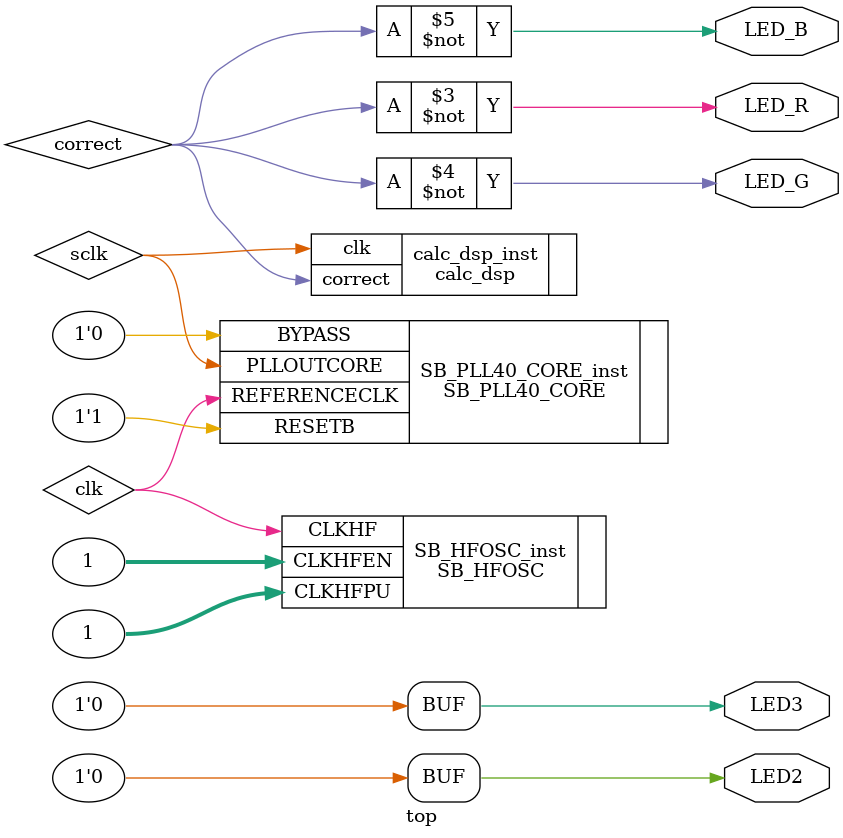
<source format=v>
`include "calc.v"
`include "calc_dsp.v"

module top(output LED_R, output LED_G, output LED_B, output LED2, output LED3);

   wire correct;
   wire clk;
   wire sclk;
   //implementation without DSP
   // calc calc_inst(
   //    .clk(sclk), .correct(correct)
   // );

   assign LED2 = 0;
   assign LED3 = 0;

   //implementation with DSP
   calc_dsp calc_dsp_inst(
      .clk(sclk), .correct(correct)
   );

   SB_HFOSC SB_HFOSC_inst(
      .CLKHFEN(1),
      .CLKHFPU(1),
      .CLKHF(clk)
   );
   SB_PLL40_CORE #(
      .FEEDBACK_PATH("SIMPLE"),
      .PLLOUT_SELECT("GENCLK"),
      .DIVR(4'b0000),
      .DIVF(7'b0000001),
      .DIVQ(3'b101),
      .FILTER_RANGE(3'b100),
    ) SB_PLL40_CORE_inst (
      .RESETB(1'b1),
      .BYPASS(1'b0),
      .PLLOUTCORE(sclk),
      .REFERENCECLK(clk)
   );
  //leds are active low
  assign LED_R = ~correct;
  assign LED_G = ~correct;
  assign LED_B = ~correct;

  initial begin
  end

  always @(posedge sclk)
  begin
  end

endmodule

</source>
